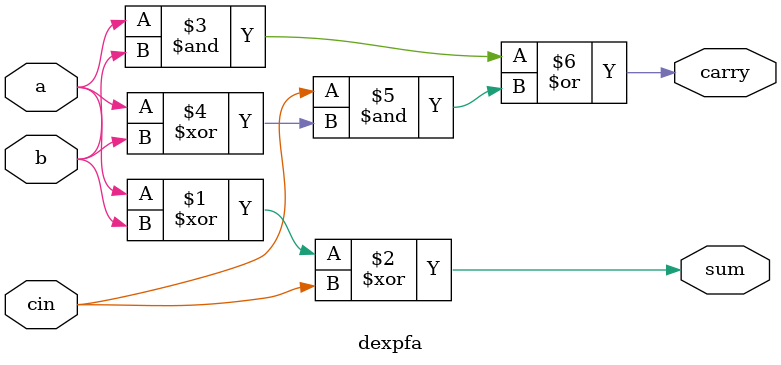
<source format=v>
module dexpfa(a,b,cin,sum,carry);
input a,b,cin;
output sum,carry;
assign sum=( (a ^ b)^cin);
assign carry= ( (a & b)| ( cin &(a ^ b )));
endmodule

</source>
